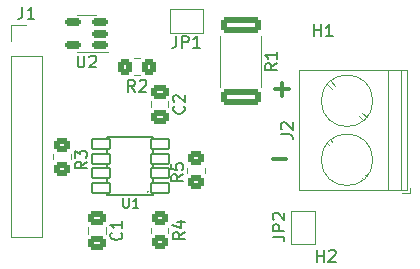
<source format=gto>
G04 #@! TF.GenerationSoftware,KiCad,Pcbnew,7.0.2*
G04 #@! TF.CreationDate,2023-12-12T16:56:49+01:00*
G04 #@! TF.ProjectId,stcs05,73746373-3035-42e6-9b69-6361645f7063,rev?*
G04 #@! TF.SameCoordinates,Original*
G04 #@! TF.FileFunction,Legend,Top*
G04 #@! TF.FilePolarity,Positive*
%FSLAX46Y46*%
G04 Gerber Fmt 4.6, Leading zero omitted, Abs format (unit mm)*
G04 Created by KiCad (PCBNEW 7.0.2) date 2023-12-12 16:56:49*
%MOMM*%
%LPD*%
G01*
G04 APERTURE LIST*
G04 Aperture macros list*
%AMRoundRect*
0 Rectangle with rounded corners*
0 $1 Rounding radius*
0 $2 $3 $4 $5 $6 $7 $8 $9 X,Y pos of 4 corners*
0 Add a 4 corners polygon primitive as box body*
4,1,4,$2,$3,$4,$5,$6,$7,$8,$9,$2,$3,0*
0 Add four circle primitives for the rounded corners*
1,1,$1+$1,$2,$3*
1,1,$1+$1,$4,$5*
1,1,$1+$1,$6,$7*
1,1,$1+$1,$8,$9*
0 Add four rect primitives between the rounded corners*
20,1,$1+$1,$2,$3,$4,$5,0*
20,1,$1+$1,$4,$5,$6,$7,0*
20,1,$1+$1,$6,$7,$8,$9,0*
20,1,$1+$1,$8,$9,$2,$3,0*%
G04 Aperture macros list end*
%ADD10C,0.300000*%
%ADD11C,0.150000*%
%ADD12C,0.120000*%
%ADD13C,0.127000*%
%ADD14C,2.500000*%
%ADD15RoundRect,0.250000X0.350000X0.450000X-0.350000X0.450000X-0.350000X-0.450000X0.350000X-0.450000X0*%
%ADD16R,2.600000X2.600000*%
%ADD17C,2.600000*%
%ADD18RoundRect,0.250000X0.450000X-0.350000X0.450000X0.350000X-0.450000X0.350000X-0.450000X-0.350000X0*%
%ADD19R,1.000000X1.500000*%
%ADD20RoundRect,0.250000X-0.450000X0.350000X-0.450000X-0.350000X0.450000X-0.350000X0.450000X0.350000X0*%
%ADD21RoundRect,0.150000X0.512500X0.150000X-0.512500X0.150000X-0.512500X-0.150000X0.512500X-0.150000X0*%
%ADD22RoundRect,0.102000X0.750000X0.400000X-0.750000X0.400000X-0.750000X-0.400000X0.750000X-0.400000X0*%
%ADD23RoundRect,0.249999X-1.425001X0.450001X-1.425001X-0.450001X1.425001X-0.450001X1.425001X0.450001X0*%
%ADD24RoundRect,0.250000X-0.475000X0.337500X-0.475000X-0.337500X0.475000X-0.337500X0.475000X0.337500X0*%
%ADD25R,1.500000X1.000000*%
%ADD26R,1.700000X1.700000*%
%ADD27O,1.700000X1.700000*%
G04 APERTURE END LIST*
D10*
X139457142Y-75570000D02*
X140600000Y-75570000D01*
X140028571Y-76141428D02*
X140028571Y-74998571D01*
X139257142Y-81470000D02*
X140400000Y-81470000D01*
D11*
X143013095Y-90162619D02*
X143013095Y-89162619D01*
X143013095Y-89638809D02*
X143584523Y-89638809D01*
X143584523Y-90162619D02*
X143584523Y-89162619D01*
X144013095Y-89257857D02*
X144060714Y-89210238D01*
X144060714Y-89210238D02*
X144155952Y-89162619D01*
X144155952Y-89162619D02*
X144394047Y-89162619D01*
X144394047Y-89162619D02*
X144489285Y-89210238D01*
X144489285Y-89210238D02*
X144536904Y-89257857D01*
X144536904Y-89257857D02*
X144584523Y-89353095D01*
X144584523Y-89353095D02*
X144584523Y-89448333D01*
X144584523Y-89448333D02*
X144536904Y-89591190D01*
X144536904Y-89591190D02*
X143965476Y-90162619D01*
X143965476Y-90162619D02*
X144584523Y-90162619D01*
X127595333Y-75772619D02*
X127262000Y-75296428D01*
X127023905Y-75772619D02*
X127023905Y-74772619D01*
X127023905Y-74772619D02*
X127404857Y-74772619D01*
X127404857Y-74772619D02*
X127500095Y-74820238D01*
X127500095Y-74820238D02*
X127547714Y-74867857D01*
X127547714Y-74867857D02*
X127595333Y-74963095D01*
X127595333Y-74963095D02*
X127595333Y-75105952D01*
X127595333Y-75105952D02*
X127547714Y-75201190D01*
X127547714Y-75201190D02*
X127500095Y-75248809D01*
X127500095Y-75248809D02*
X127404857Y-75296428D01*
X127404857Y-75296428D02*
X127023905Y-75296428D01*
X127976286Y-74867857D02*
X128023905Y-74820238D01*
X128023905Y-74820238D02*
X128119143Y-74772619D01*
X128119143Y-74772619D02*
X128357238Y-74772619D01*
X128357238Y-74772619D02*
X128452476Y-74820238D01*
X128452476Y-74820238D02*
X128500095Y-74867857D01*
X128500095Y-74867857D02*
X128547714Y-74963095D01*
X128547714Y-74963095D02*
X128547714Y-75058333D01*
X128547714Y-75058333D02*
X128500095Y-75201190D01*
X128500095Y-75201190D02*
X127928667Y-75772619D01*
X127928667Y-75772619D02*
X128547714Y-75772619D01*
X139944619Y-79367333D02*
X140658904Y-79367333D01*
X140658904Y-79367333D02*
X140801761Y-79414952D01*
X140801761Y-79414952D02*
X140897000Y-79510190D01*
X140897000Y-79510190D02*
X140944619Y-79653047D01*
X140944619Y-79653047D02*
X140944619Y-79748285D01*
X140039857Y-78938761D02*
X139992238Y-78891142D01*
X139992238Y-78891142D02*
X139944619Y-78795904D01*
X139944619Y-78795904D02*
X139944619Y-78557809D01*
X139944619Y-78557809D02*
X139992238Y-78462571D01*
X139992238Y-78462571D02*
X140039857Y-78414952D01*
X140039857Y-78414952D02*
X140135095Y-78367333D01*
X140135095Y-78367333D02*
X140230333Y-78367333D01*
X140230333Y-78367333D02*
X140373190Y-78414952D01*
X140373190Y-78414952D02*
X140944619Y-78986380D01*
X140944619Y-78986380D02*
X140944619Y-78367333D01*
X123525619Y-81700666D02*
X123049428Y-82033999D01*
X123525619Y-82272094D02*
X122525619Y-82272094D01*
X122525619Y-82272094D02*
X122525619Y-81891142D01*
X122525619Y-81891142D02*
X122573238Y-81795904D01*
X122573238Y-81795904D02*
X122620857Y-81748285D01*
X122620857Y-81748285D02*
X122716095Y-81700666D01*
X122716095Y-81700666D02*
X122858952Y-81700666D01*
X122858952Y-81700666D02*
X122954190Y-81748285D01*
X122954190Y-81748285D02*
X123001809Y-81795904D01*
X123001809Y-81795904D02*
X123049428Y-81891142D01*
X123049428Y-81891142D02*
X123049428Y-82272094D01*
X122525619Y-81367332D02*
X122525619Y-80748285D01*
X122525619Y-80748285D02*
X122906571Y-81081618D01*
X122906571Y-81081618D02*
X122906571Y-80938761D01*
X122906571Y-80938761D02*
X122954190Y-80843523D01*
X122954190Y-80843523D02*
X123001809Y-80795904D01*
X123001809Y-80795904D02*
X123097047Y-80748285D01*
X123097047Y-80748285D02*
X123335142Y-80748285D01*
X123335142Y-80748285D02*
X123430380Y-80795904D01*
X123430380Y-80795904D02*
X123478000Y-80843523D01*
X123478000Y-80843523D02*
X123525619Y-80938761D01*
X123525619Y-80938761D02*
X123525619Y-81224475D01*
X123525619Y-81224475D02*
X123478000Y-81319713D01*
X123478000Y-81319713D02*
X123430380Y-81367332D01*
X131091666Y-71062619D02*
X131091666Y-71776904D01*
X131091666Y-71776904D02*
X131044047Y-71919761D01*
X131044047Y-71919761D02*
X130948809Y-72015000D01*
X130948809Y-72015000D02*
X130805952Y-72062619D01*
X130805952Y-72062619D02*
X130710714Y-72062619D01*
X131567857Y-72062619D02*
X131567857Y-71062619D01*
X131567857Y-71062619D02*
X131948809Y-71062619D01*
X131948809Y-71062619D02*
X132044047Y-71110238D01*
X132044047Y-71110238D02*
X132091666Y-71157857D01*
X132091666Y-71157857D02*
X132139285Y-71253095D01*
X132139285Y-71253095D02*
X132139285Y-71395952D01*
X132139285Y-71395952D02*
X132091666Y-71491190D01*
X132091666Y-71491190D02*
X132044047Y-71538809D01*
X132044047Y-71538809D02*
X131948809Y-71586428D01*
X131948809Y-71586428D02*
X131567857Y-71586428D01*
X133091666Y-72062619D02*
X132520238Y-72062619D01*
X132805952Y-72062619D02*
X132805952Y-71062619D01*
X132805952Y-71062619D02*
X132710714Y-71205476D01*
X132710714Y-71205476D02*
X132615476Y-71300714D01*
X132615476Y-71300714D02*
X132520238Y-71348333D01*
X131787619Y-87666666D02*
X131311428Y-87999999D01*
X131787619Y-88238094D02*
X130787619Y-88238094D01*
X130787619Y-88238094D02*
X130787619Y-87857142D01*
X130787619Y-87857142D02*
X130835238Y-87761904D01*
X130835238Y-87761904D02*
X130882857Y-87714285D01*
X130882857Y-87714285D02*
X130978095Y-87666666D01*
X130978095Y-87666666D02*
X131120952Y-87666666D01*
X131120952Y-87666666D02*
X131216190Y-87714285D01*
X131216190Y-87714285D02*
X131263809Y-87761904D01*
X131263809Y-87761904D02*
X131311428Y-87857142D01*
X131311428Y-87857142D02*
X131311428Y-88238094D01*
X131120952Y-86809523D02*
X131787619Y-86809523D01*
X130740000Y-87047618D02*
X131454285Y-87285713D01*
X131454285Y-87285713D02*
X131454285Y-86666666D01*
X122738095Y-72712619D02*
X122738095Y-73522142D01*
X122738095Y-73522142D02*
X122785714Y-73617380D01*
X122785714Y-73617380D02*
X122833333Y-73665000D01*
X122833333Y-73665000D02*
X122928571Y-73712619D01*
X122928571Y-73712619D02*
X123119047Y-73712619D01*
X123119047Y-73712619D02*
X123214285Y-73665000D01*
X123214285Y-73665000D02*
X123261904Y-73617380D01*
X123261904Y-73617380D02*
X123309523Y-73522142D01*
X123309523Y-73522142D02*
X123309523Y-72712619D01*
X123738095Y-72807857D02*
X123785714Y-72760238D01*
X123785714Y-72760238D02*
X123880952Y-72712619D01*
X123880952Y-72712619D02*
X124119047Y-72712619D01*
X124119047Y-72712619D02*
X124214285Y-72760238D01*
X124214285Y-72760238D02*
X124261904Y-72807857D01*
X124261904Y-72807857D02*
X124309523Y-72903095D01*
X124309523Y-72903095D02*
X124309523Y-72998333D01*
X124309523Y-72998333D02*
X124261904Y-73141190D01*
X124261904Y-73141190D02*
X123690476Y-73712619D01*
X123690476Y-73712619D02*
X124309523Y-73712619D01*
X131662619Y-82766666D02*
X131186428Y-83099999D01*
X131662619Y-83338094D02*
X130662619Y-83338094D01*
X130662619Y-83338094D02*
X130662619Y-82957142D01*
X130662619Y-82957142D02*
X130710238Y-82861904D01*
X130710238Y-82861904D02*
X130757857Y-82814285D01*
X130757857Y-82814285D02*
X130853095Y-82766666D01*
X130853095Y-82766666D02*
X130995952Y-82766666D01*
X130995952Y-82766666D02*
X131091190Y-82814285D01*
X131091190Y-82814285D02*
X131138809Y-82861904D01*
X131138809Y-82861904D02*
X131186428Y-82957142D01*
X131186428Y-82957142D02*
X131186428Y-83338094D01*
X130662619Y-81861904D02*
X130662619Y-82338094D01*
X130662619Y-82338094D02*
X131138809Y-82385713D01*
X131138809Y-82385713D02*
X131091190Y-82338094D01*
X131091190Y-82338094D02*
X131043571Y-82242856D01*
X131043571Y-82242856D02*
X131043571Y-82004761D01*
X131043571Y-82004761D02*
X131091190Y-81909523D01*
X131091190Y-81909523D02*
X131138809Y-81861904D01*
X131138809Y-81861904D02*
X131234047Y-81814285D01*
X131234047Y-81814285D02*
X131472142Y-81814285D01*
X131472142Y-81814285D02*
X131567380Y-81861904D01*
X131567380Y-81861904D02*
X131615000Y-81909523D01*
X131615000Y-81909523D02*
X131662619Y-82004761D01*
X131662619Y-82004761D02*
X131662619Y-82242856D01*
X131662619Y-82242856D02*
X131615000Y-82338094D01*
X131615000Y-82338094D02*
X131567380Y-82385713D01*
X126615476Y-84795095D02*
X126615476Y-85442714D01*
X126615476Y-85442714D02*
X126653571Y-85518904D01*
X126653571Y-85518904D02*
X126691666Y-85557000D01*
X126691666Y-85557000D02*
X126767857Y-85595095D01*
X126767857Y-85595095D02*
X126920238Y-85595095D01*
X126920238Y-85595095D02*
X126996428Y-85557000D01*
X126996428Y-85557000D02*
X127034523Y-85518904D01*
X127034523Y-85518904D02*
X127072619Y-85442714D01*
X127072619Y-85442714D02*
X127072619Y-84795095D01*
X127872618Y-85595095D02*
X127415475Y-85595095D01*
X127644047Y-85595095D02*
X127644047Y-84795095D01*
X127644047Y-84795095D02*
X127567856Y-84909380D01*
X127567856Y-84909380D02*
X127491666Y-84985571D01*
X127491666Y-84985571D02*
X127415475Y-85023666D01*
X139607619Y-73366666D02*
X139131428Y-73699999D01*
X139607619Y-73938094D02*
X138607619Y-73938094D01*
X138607619Y-73938094D02*
X138607619Y-73557142D01*
X138607619Y-73557142D02*
X138655238Y-73461904D01*
X138655238Y-73461904D02*
X138702857Y-73414285D01*
X138702857Y-73414285D02*
X138798095Y-73366666D01*
X138798095Y-73366666D02*
X138940952Y-73366666D01*
X138940952Y-73366666D02*
X139036190Y-73414285D01*
X139036190Y-73414285D02*
X139083809Y-73461904D01*
X139083809Y-73461904D02*
X139131428Y-73557142D01*
X139131428Y-73557142D02*
X139131428Y-73938094D01*
X139607619Y-72414285D02*
X139607619Y-72985713D01*
X139607619Y-72699999D02*
X138607619Y-72699999D01*
X138607619Y-72699999D02*
X138750476Y-72795237D01*
X138750476Y-72795237D02*
X138845714Y-72890475D01*
X138845714Y-72890475D02*
X138893333Y-72985713D01*
X131714380Y-77001666D02*
X131762000Y-77049285D01*
X131762000Y-77049285D02*
X131809619Y-77192142D01*
X131809619Y-77192142D02*
X131809619Y-77287380D01*
X131809619Y-77287380D02*
X131762000Y-77430237D01*
X131762000Y-77430237D02*
X131666761Y-77525475D01*
X131666761Y-77525475D02*
X131571523Y-77573094D01*
X131571523Y-77573094D02*
X131381047Y-77620713D01*
X131381047Y-77620713D02*
X131238190Y-77620713D01*
X131238190Y-77620713D02*
X131047714Y-77573094D01*
X131047714Y-77573094D02*
X130952476Y-77525475D01*
X130952476Y-77525475D02*
X130857238Y-77430237D01*
X130857238Y-77430237D02*
X130809619Y-77287380D01*
X130809619Y-77287380D02*
X130809619Y-77192142D01*
X130809619Y-77192142D02*
X130857238Y-77049285D01*
X130857238Y-77049285D02*
X130904857Y-77001666D01*
X130904857Y-76620713D02*
X130857238Y-76573094D01*
X130857238Y-76573094D02*
X130809619Y-76477856D01*
X130809619Y-76477856D02*
X130809619Y-76239761D01*
X130809619Y-76239761D02*
X130857238Y-76144523D01*
X130857238Y-76144523D02*
X130904857Y-76096904D01*
X130904857Y-76096904D02*
X131000095Y-76049285D01*
X131000095Y-76049285D02*
X131095333Y-76049285D01*
X131095333Y-76049285D02*
X131238190Y-76096904D01*
X131238190Y-76096904D02*
X131809619Y-76668332D01*
X131809619Y-76668332D02*
X131809619Y-76049285D01*
X126422380Y-87691666D02*
X126470000Y-87739285D01*
X126470000Y-87739285D02*
X126517619Y-87882142D01*
X126517619Y-87882142D02*
X126517619Y-87977380D01*
X126517619Y-87977380D02*
X126470000Y-88120237D01*
X126470000Y-88120237D02*
X126374761Y-88215475D01*
X126374761Y-88215475D02*
X126279523Y-88263094D01*
X126279523Y-88263094D02*
X126089047Y-88310713D01*
X126089047Y-88310713D02*
X125946190Y-88310713D01*
X125946190Y-88310713D02*
X125755714Y-88263094D01*
X125755714Y-88263094D02*
X125660476Y-88215475D01*
X125660476Y-88215475D02*
X125565238Y-88120237D01*
X125565238Y-88120237D02*
X125517619Y-87977380D01*
X125517619Y-87977380D02*
X125517619Y-87882142D01*
X125517619Y-87882142D02*
X125565238Y-87739285D01*
X125565238Y-87739285D02*
X125612857Y-87691666D01*
X126517619Y-86739285D02*
X126517619Y-87310713D01*
X126517619Y-87024999D02*
X125517619Y-87024999D01*
X125517619Y-87024999D02*
X125660476Y-87120237D01*
X125660476Y-87120237D02*
X125755714Y-87215475D01*
X125755714Y-87215475D02*
X125803333Y-87310713D01*
X139237619Y-88033333D02*
X139951904Y-88033333D01*
X139951904Y-88033333D02*
X140094761Y-88080952D01*
X140094761Y-88080952D02*
X140190000Y-88176190D01*
X140190000Y-88176190D02*
X140237619Y-88319047D01*
X140237619Y-88319047D02*
X140237619Y-88414285D01*
X140237619Y-87557142D02*
X139237619Y-87557142D01*
X139237619Y-87557142D02*
X139237619Y-87176190D01*
X139237619Y-87176190D02*
X139285238Y-87080952D01*
X139285238Y-87080952D02*
X139332857Y-87033333D01*
X139332857Y-87033333D02*
X139428095Y-86985714D01*
X139428095Y-86985714D02*
X139570952Y-86985714D01*
X139570952Y-86985714D02*
X139666190Y-87033333D01*
X139666190Y-87033333D02*
X139713809Y-87080952D01*
X139713809Y-87080952D02*
X139761428Y-87176190D01*
X139761428Y-87176190D02*
X139761428Y-87557142D01*
X139332857Y-86604761D02*
X139285238Y-86557142D01*
X139285238Y-86557142D02*
X139237619Y-86461904D01*
X139237619Y-86461904D02*
X139237619Y-86223809D01*
X139237619Y-86223809D02*
X139285238Y-86128571D01*
X139285238Y-86128571D02*
X139332857Y-86080952D01*
X139332857Y-86080952D02*
X139428095Y-86033333D01*
X139428095Y-86033333D02*
X139523333Y-86033333D01*
X139523333Y-86033333D02*
X139666190Y-86080952D01*
X139666190Y-86080952D02*
X140237619Y-86652380D01*
X140237619Y-86652380D02*
X140237619Y-86033333D01*
X142748095Y-71074619D02*
X142748095Y-70074619D01*
X142748095Y-70550809D02*
X143319523Y-70550809D01*
X143319523Y-71074619D02*
X143319523Y-70074619D01*
X144319523Y-71074619D02*
X143748095Y-71074619D01*
X144033809Y-71074619D02*
X144033809Y-70074619D01*
X144033809Y-70074619D02*
X143938571Y-70217476D01*
X143938571Y-70217476D02*
X143843333Y-70312714D01*
X143843333Y-70312714D02*
X143748095Y-70360333D01*
X118066666Y-68592619D02*
X118066666Y-69306904D01*
X118066666Y-69306904D02*
X118019047Y-69449761D01*
X118019047Y-69449761D02*
X117923809Y-69545000D01*
X117923809Y-69545000D02*
X117780952Y-69592619D01*
X117780952Y-69592619D02*
X117685714Y-69592619D01*
X119066666Y-69592619D02*
X118495238Y-69592619D01*
X118780952Y-69592619D02*
X118780952Y-68592619D01*
X118780952Y-68592619D02*
X118685714Y-68735476D01*
X118685714Y-68735476D02*
X118590476Y-68830714D01*
X118590476Y-68830714D02*
X118495238Y-68878333D01*
D12*
X127989064Y-74395000D02*
X127534936Y-74395000D01*
X127989064Y-72925000D02*
X127534936Y-72925000D01*
X150202000Y-84334000D02*
X150842000Y-84334000D01*
X150842000Y-84334000D02*
X150842000Y-83934000D01*
X141482000Y-84094000D02*
X150602000Y-84094000D01*
X141482000Y-84094000D02*
X141482000Y-73974000D01*
X149042000Y-84094000D02*
X149042000Y-73974000D01*
X150142000Y-84094000D02*
X150142000Y-73974000D01*
X150602000Y-84094000D02*
X150602000Y-73974000D01*
X146823000Y-83082000D02*
X146930000Y-83188000D01*
X147089000Y-82816000D02*
X147196000Y-82922000D01*
X143888000Y-80146000D02*
X143995000Y-80253000D01*
X144154000Y-79880000D02*
X144261000Y-79987000D01*
X146534000Y-77792000D02*
X146930000Y-78187000D01*
X146816000Y-77541000D02*
X147196000Y-77921000D01*
X143888000Y-75146000D02*
X144268000Y-75526000D01*
X144154000Y-74880000D02*
X144550000Y-75275000D01*
X141482000Y-73974000D02*
X150602000Y-73974000D01*
X147722000Y-81534000D02*
G75*
G03*
X147722000Y-81534000I-2180000J0D01*
G01*
X147722000Y-76534000D02*
G75*
G03*
X147722000Y-76534000I-2180000J0D01*
G01*
X120677000Y-81507064D02*
X120677000Y-81052936D01*
X122147000Y-81507064D02*
X122147000Y-81052936D01*
X133325000Y-70800000D02*
X130525000Y-70800000D01*
X133325000Y-68800000D02*
X133325000Y-70800000D01*
X130525000Y-70800000D02*
X130525000Y-68800000D01*
X130525000Y-68800000D02*
X133325000Y-68800000D01*
X130410000Y-87272936D02*
X130410000Y-87727064D01*
X128940000Y-87272936D02*
X128940000Y-87727064D01*
X123500000Y-72410000D02*
X125300000Y-72410000D01*
X123500000Y-72410000D02*
X122700000Y-72410000D01*
X123500000Y-69290000D02*
X124300000Y-69290000D01*
X123500000Y-69290000D02*
X122700000Y-69290000D01*
X132015000Y-82652064D02*
X132015000Y-82197936D01*
X133485000Y-82652064D02*
X133485000Y-82197936D01*
D13*
X125254000Y-84503000D02*
X125254000Y-79603000D01*
X129104000Y-84503000D02*
X125254000Y-84503000D01*
X125254000Y-79603000D02*
X129104000Y-79603000D01*
X129104000Y-79603000D02*
X129104000Y-84503000D01*
X128704000Y-84228000D02*
G75*
G03*
X128704000Y-84228000I-50000J0D01*
G01*
D12*
X138235000Y-71022936D02*
X138235000Y-75377064D01*
X134815000Y-71022936D02*
X134815000Y-75377064D01*
X130402000Y-76573748D02*
X130402000Y-77096252D01*
X128932000Y-76573748D02*
X128932000Y-77096252D01*
X125110000Y-87263748D02*
X125110000Y-87786252D01*
X123640000Y-87263748D02*
X123640000Y-87786252D01*
X142825000Y-85875000D02*
X142825000Y-88675000D01*
X140825000Y-85875000D02*
X142825000Y-85875000D01*
X142825000Y-88675000D02*
X140825000Y-88675000D01*
X140825000Y-88675000D02*
X140825000Y-85875000D01*
X117070000Y-70130000D02*
X118400000Y-70130000D01*
X117070000Y-71460000D02*
X117070000Y-70130000D01*
X117070000Y-72730000D02*
X117070000Y-88030000D01*
X117070000Y-72730000D02*
X119730000Y-72730000D01*
X117070000Y-88030000D02*
X119730000Y-88030000D01*
X119730000Y-72730000D02*
X119730000Y-88030000D01*
%LPC*%
D14*
X147300000Y-87500000D03*
D15*
X128762000Y-73660000D03*
X126762000Y-73660000D03*
D16*
X145542000Y-81534000D03*
D17*
X145542000Y-76534000D03*
D18*
X121412000Y-82280000D03*
X121412000Y-80280000D03*
D19*
X132575000Y-69800000D03*
X131275000Y-69800000D03*
D20*
X129675000Y-86500000D03*
X129675000Y-88500000D03*
D21*
X124637500Y-71800000D03*
X124637500Y-70850000D03*
X124637500Y-69900000D03*
X122362500Y-69900000D03*
X122362500Y-71800000D03*
D18*
X132750000Y-83425000D03*
X132750000Y-81425000D03*
D22*
X129679000Y-83928000D03*
X129679000Y-82678000D03*
X129679000Y-81428000D03*
X129679000Y-80178000D03*
X124679000Y-80178000D03*
X124679000Y-81428000D03*
X124679000Y-82678000D03*
X124679000Y-83928000D03*
D23*
X136525000Y-70150000D03*
X136525000Y-76250000D03*
D24*
X129667000Y-75797500D03*
X129667000Y-77872500D03*
X124375000Y-86487500D03*
X124375000Y-88562500D03*
D25*
X141825000Y-86625000D03*
X141825000Y-87925000D03*
D14*
X147400000Y-70600000D03*
D26*
X118400000Y-71460000D03*
D27*
X118400000Y-74000000D03*
X118400000Y-76540000D03*
X118400000Y-79080000D03*
X118400000Y-81620000D03*
X118400000Y-84160000D03*
X118400000Y-86700000D03*
%LPD*%
M02*

</source>
